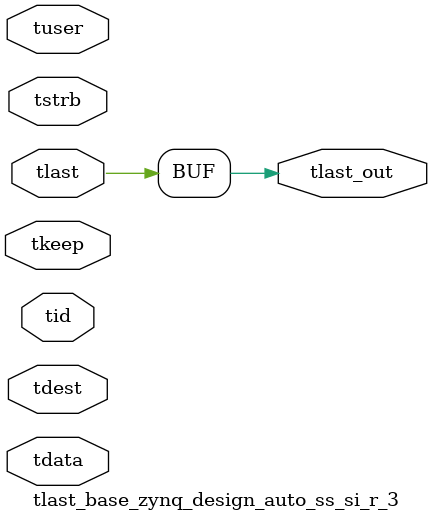
<source format=v>


`timescale 1ps/1ps

module tlast_base_zynq_design_auto_ss_si_r_3 #
(
parameter C_S_AXIS_TID_WIDTH   = 1,
parameter C_S_AXIS_TUSER_WIDTH = 0,
parameter C_S_AXIS_TDATA_WIDTH = 0,
parameter C_S_AXIS_TDEST_WIDTH = 0
)
(
input  [(C_S_AXIS_TID_WIDTH   == 0 ? 1 : C_S_AXIS_TID_WIDTH)-1:0       ] tid,
input  [(C_S_AXIS_TDATA_WIDTH == 0 ? 1 : C_S_AXIS_TDATA_WIDTH)-1:0     ] tdata,
input  [(C_S_AXIS_TUSER_WIDTH == 0 ? 1 : C_S_AXIS_TUSER_WIDTH)-1:0     ] tuser,
input  [(C_S_AXIS_TDEST_WIDTH == 0 ? 1 : C_S_AXIS_TDEST_WIDTH)-1:0     ] tdest,
input  [(C_S_AXIS_TDATA_WIDTH/8)-1:0 ] tkeep,
input  [(C_S_AXIS_TDATA_WIDTH/8)-1:0 ] tstrb,
input  [0:0]                                                             tlast,
output                                                                   tlast_out
);

assign tlast_out = {tlast[0]};

endmodule


</source>
